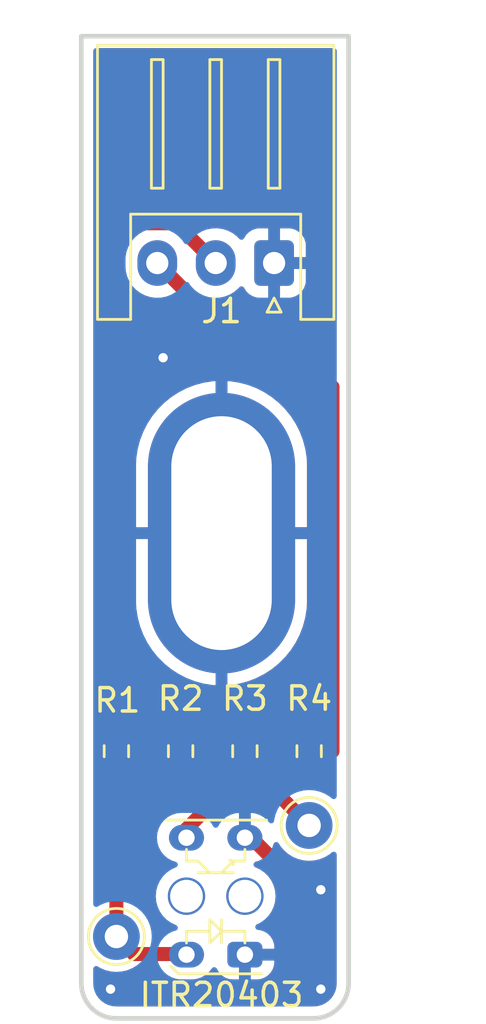
<source format=kicad_pcb>
(kicad_pcb (version 20211014) (generator pcbnew)
  (layers (0 "F.Cu" signal) (31 "B.Cu" signal) (34 "B.Paste" user) (35 "F.Paste" user) (36 "B.SilkS" user "B.Silkscreen") (37 "F.SilkS" user "F.Silkscreen") (38 "B.Mask" user) (39 "F.Mask" user) (44 "Edge.Cuts" user))
  (net 0 "")
  (net 1 "GND")
  (net 2 "+5V")
  (net 3 "Net-(J1-Pad3)")
  (net 4 "Net-(R1-Pad2)")
  (net 5 "Net-(R2-Pad2)")
  (footprint "TestPoint:TestPoint_THTPad_D2.0mm_Drill1.0mm" (layer "F.Cu") (at 102 91.5 180)
    (fp_text reference "TP2" (at 0 -1.998) (layer "F.SilkS"))
    (fp_text value "MountingHole")
    (fp_circle (center 0 0) (end 0 1.2) (layer "F.SilkS") (width 0.12) (fill none))
    (pad "1" thru_hole oval (at 0 0 180) (size 6.3 12) (drill oval 4.3 10) (layers *.Cu *.Mask) (net 1 "GND"))
  )
  (footprint "Connector_JST:JST_XH_S3B-XH-A_1x03_P2.50mm_Horizontal" (layer "F.Cu") (at 104.25 79.95 180)
    (fp_text reference "J1" (at 2.25 -2.05) (layer "F.SilkS"))
    (fp_text value "Conn_01x03_Male")
    (fp_line (start 5.25 3.2) (end 4.75 3.2) (layer "F.SilkS") (width 0.12))
    (fp_line (start 4.75 8.7) (end 5.25 8.7) (layer "F.SilkS") (width 0.12))
    (fp_line (start -1.14 2.09) (end 2.5 2.09) (layer "F.SilkS") (width 0.12))
    (fp_line (start 5.25 8.7) (end 5.25 3.2) (layer "F.SilkS") (width 0.12))
    (fp_line (start -1.14 -2.41) (end -1.14 2.09) (layer "F.SilkS") (width 0.12))
    (fp_line (start 0.25 8.7) (end 0.25 3.2) (layer "F.SilkS") (width 0.12))
    (fp_line (start 2.75 8.7) (end 2.75 3.2) (layer "F.SilkS") (width 0.12))
    (fp_line (start 2.75 3.2) (end 2.25 3.2) (layer "F.SilkS") (width 0.12))
    (fp_line (start 7.56 -2.41) (end 6.14 -2.41) (layer "F.SilkS") (width 0.12))
    (fp_line (start 6.14 2.09) (end 2.5 2.09) (layer "F.SilkS") (width 0.12))
    (fp_line (start 7.56 9.31) (end 7.56 -2.41) (layer "F.SilkS") (width 0.12))
    (fp_line (start -2.56 -2.41) (end -1.14 -2.41) (layer "F.SilkS") (width 0.12))
    (fp_line (start -0.25 3.2) (end -0.25 8.7) (layer "F.SilkS") (width 0.12))
    (fp_line (start 0.25 3.2) (end -0.25 3.2) (layer "F.SilkS") (width 0.12))
    (fp_line (start 0.3 -2.1) (end 0 -1.5) (layer "F.SilkS") (width 0.12))
    (fp_line (start 2.5 9.31) (end -2.56 9.31) (layer "F.SilkS") (width 0.12))
    (fp_line (start 2.25 3.2) (end 2.25 8.7) (layer "F.SilkS") (width 0.12))
    (fp_line (start -0.25 8.7) (end 0.25 8.7) (layer "F.SilkS") (width 0.12))
    (fp_line (start -0.3 -2.1) (end 0.3 -2.1) (layer "F.SilkS") (width 0.12))
    (fp_line (start 2.5 9.31) (end 7.56 9.31) (layer "F.SilkS") (width 0.12))
    (fp_line (start 6.14 -2.41) (end 6.14 2.09) (layer "F.SilkS") (width 0.12))
    (fp_line (start 0 -1.5) (end -0.3 -2.1) (layer "F.SilkS") (width 0.12))
    (fp_line (start -2.56 9.31) (end -2.56 -2.41) (layer "F.SilkS") (width 0.12))
    (fp_line (start 2.25 8.7) (end 2.75 8.7) (layer "F.SilkS") (width 0.12))
    (fp_line (start 4.75 3.2) (end 4.75 8.7) (layer "F.SilkS") (width 0.12))
    (pad "1" thru_hole roundrect (at 0 0 180) (size 1.7 1.95) (drill 0.95) (layers *.Cu *.Mask) (roundrect_rratio 0.1470588235) (net 1 "GND"))
    (pad "2" thru_hole oval (at 2.5 0 180) (size 1.7 1.95) (drill 0.95) (layers *.Cu *.Mask) (net 2 "+5V"))
    (pad "3" thru_hole oval (at 5 0 180) (size 1.7 1.95) (drill 0.95) (layers *.Cu *.Mask) (net 3 "Net-(J1-Pad3)"))
  )
  (footprint "Resistor_SMD:R_0603_1608Metric" (layer "F.Cu") (at 100.25 100.825 -90)
    (fp_text reference "R2" (at -2.25 0 180) (layer "F.SilkS"))
    (fp_text value "0")
    (fp_line (start -0.237258 0.5225) (end 0.237258 0.5225) (layer "F.SilkS") (width 0.12))
    (fp_line (start -0.237258 -0.5225) (end 0.237258 -0.5225) (layer "F.SilkS") (width 0.12))
    (pad "1" smd roundrect (at -0.825 0 270) (size 0.8 0.95) (layers "F.Cu" "F.Paste" "F.Mask") (net 2 "+5V"))
    (pad "2" smd roundrect (at 0.825 0 270) (size 0.8 0.95) (layers "F.Cu" "F.Paste" "F.Mask") (net 5 "Net-(R2-Pad2)"))
  )
  (footprint "Resistor_SMD:R_0603_1608Metric" (layer "F.Cu") (at 105.75 100.825 -90)
    (fp_text reference "R4" (at -2.25 0 180) (layer "F.SilkS"))
    (fp_text value "DNP")
    (fp_line (start -0.237258 -0.5225) (end 0.237258 -0.5225) (layer "F.SilkS") (width 0.12))
    (fp_line (start -0.237258 0.5225) (end 0.237258 0.5225) (layer "F.SilkS") (width 0.12))
    (pad "1" smd roundrect (at -0.825 0 270) (size 0.8 0.95) (layers "F.Cu" "F.Paste" "F.Mask") (net 2 "+5V"))
    (pad "2" smd roundrect (at 0.825 0 270) (size 0.8 0.95) (layers "F.Cu" "F.Paste" "F.Mask") (net 3 "Net-(J1-Pad3)"))
  )
  (footprint "Resistor_SMD:R_0603_1608Metric" (layer "F.Cu") (at 97.5 100.825 -90)
    (fp_text reference "R1" (at -2.17444 -0.041167 180) (layer "F.SilkS"))
    (fp_text value "220")
    (fp_line (start -0.237258 -0.5225) (end 0.237258 -0.5225) (layer "F.SilkS") (width 0.12))
    (fp_line (start -0.237258 0.5225) (end 0.237258 0.5225) (layer "F.SilkS") (width 0.12))
    (pad "1" smd roundrect (at -0.825 0 270) (size 0.8 0.95) (layers "F.Cu" "F.Paste" "F.Mask") (net 2 "+5V"))
    (pad "2" smd roundrect (at 0.825 0 270) (size 0.8 0.95) (layers "F.Cu" "F.Paste" "F.Mask") (net 4 "Net-(R1-Pad2)"))
  )
  (footprint "OptoDevice:Everlight_ITR20403" (layer "F.Cu") (at 103 109.525 90)
    (fp_text reference "U1" hide)
    (fp_text value "ITR20403" (at -1.725 -1 180) (layer "F.SilkS"))
    (fp_line (start 4.5 -2.5) (end 4 -2.5) (layer "F.SilkS") (width 0.12))
    (fp_line (start 4 -2.5) (end 4 -2) (layer "F.SilkS") (width 0.12))
    (fp_line (start 1 -2) (end 1 -1.5) (layer "F.SilkS") (width 0.12))
    (fp_line (start 0.5 -1) (end 1.5 -1) (layer "F.SilkS") (width 0.12))
    (fp_line (start 1 -2.5) (end 1 -2) (layer "F.SilkS") (width 0.12))
    (fp_line (start 1.5 -1.5) (end 1 -1.5) (layer "F.SilkS") (width 0.12))
    (fp_line (start 3.5 -2) (end 3.5 -0.5) (layer "F.SilkS") (width 0.12))
    (fp_line (start 0.5 -1.5) (end 1 -1) (layer "F.SilkS") (width 0.12))
    (fp_line (start 4 -0.5) (end 4 0) (layer "F.SilkS") (width 0.12))
    (fp_line (start -0.82 -2.85) (end -0.82 0.73) (layer "F.SilkS") (width 0.12))
    (fp_line (start 4 0) (end 4.5 0) (layer "F.SilkS") (width 0.12))
    (fp_line (start 4 -2) (end 3.5 -1.5) (layer "F.SilkS") (width 0.12))
    (fp_line (start 1 -1.5) (end 0.5 -1.5) (layer "F.SilkS") (width 0.12))
    (fp_line (start 5.753928 0.929346) (end 5.753928 -3.370654) (layer "F.SilkS") (width 0.12))
    (fp_line (start -0.49 -3.18) (end -0.82 -2.85) (layer "F.SilkS") (width 0.12))
    (fp_line (start 1 -1) (end 1 0) (layer "F.SilkS") (width 0.12))
    (fp_line (start 1 0) (end 0.5 0) (layer "F.SilkS") (width 0.12))
    (fp_line (start 4 -0.5) (end 3.836056 -0.493774) (layer "F.SilkS") (width 0.12))
    (fp_line (start 0.5 -2.5) (end 1 -2.5) (layer "F.SilkS") (width 0.12))
    (fp_line (start 3.5 -1) (end 4 -0.5) (layer "F.SilkS") (width 0.12))
    (fp_line (start 1 -1) (end 1.5 -1.5) (layer "F.SilkS") (width 0.12))
    (fp_line (start 4 -0.5) (end 4.045655 -0.653567) (layer "F.SilkS") (width 0.12))
    (pad "" np_thru_hole circle (at 2.5 -2.5 90) (size 1.6 1.6) (drill 1.4) (layers F&B.Cu *.Mask))
    (pad "" np_thru_hole circle (at 2.5 0 90) (size 1.6 1.6) (drill 1.4) (layers F&B.Cu *.Mask))
    (pad "1" thru_hole roundrect (at 0 0 90) (size 1.1 1.5) (drill 0.7) (layers *.Cu *.Mask) (roundrect_rratio 0.227) (net 1 "GND"))
    (pad "2" thru_hole oval (at 0 -2.5 90) (size 1.1 1.5) (drill 0.7) (layers *.Cu *.Mask) (net 4 "Net-(R1-Pad2)"))
    (pad "3" thru_hole oval (at 5 -2.5 90) (size 1.1 1.5) (drill 0.7) (layers *.Cu *.Mask) (net 3 "Net-(J1-Pad3)"))
    (pad "4" thru_hole oval (at 5 0 90) (size 1.1 1.5) (drill 0.7) (layers *.Cu *.Mask) (net 1 "GND"))
  )
  (footprint "TestPoint:TestPoint_THTPad_D2.0mm_Drill1.0mm" (layer "F.Cu") (at 105.75 104)
    (fp_text reference "TP1" hide)
    (fp_text value "PT_out")
    (fp_circle (center 0 0) (end 0 1.2) (layer "F.SilkS") (width 0.12) (fill none))
    (pad "1" thru_hole circle (at 0 0) (size 2 2) (drill 1) (layers *.Cu *.Mask) (net 3 "Net-(J1-Pad3)"))
  )
  (footprint "TestPoint:TestPoint_THTPad_D2.0mm_Drill1.0mm" (layer "F.Cu") (at 97.5 108.75)
    (fp_text reference "TP3" hide)
    (fp_text value "PT_out" hide)
    (fp_circle (center 0 0) (end 0 1.2) (layer "F.SilkS") (width 0.12) (fill none))
    (pad "1" thru_hole circle (at 0 0) (size 2 2) (drill 1) (layers *.Cu *.Mask) (net 4 "Net-(R1-Pad2)"))
  )
  (footprint "Resistor_SMD:R_0603_1608Metric" (layer "F.Cu") (at 103 100.825 -90)
    (fp_text reference "R3" (at -2.25 0 180) (layer "F.SilkS"))
    (fp_text value "20k")
    (fp_line (start -0.237258 -0.5225) (end 0.237258 -0.5225) (layer "F.SilkS") (width 0.12))
    (fp_line (start -0.237258 0.5225) (end 0.237258 0.5225) (layer "F.SilkS") (width 0.12))
    (pad "1" smd roundrect (at -0.825 0 270) (size 0.8 0.95) (layers "F.Cu" "F.Paste" "F.Mask") (net 5 "Net-(R2-Pad2)"))
    (pad "2" smd roundrect (at 0.825 0 270) (size 0.8 0.95) (layers "F.Cu" "F.Paste" "F.Mask") (net 3 "Net-(J1-Pad3)"))
  )
  (gr_line (start 96 70.25) (end 107.43934 70.25) (layer "Edge.Cuts") (width 0.2))
  (gr_line (start 96 110.75) (end 96 70.25) (layer "Edge.Cuts") (width 0.2))
  (gr_line (start 97.5 112.25) (end 105.93934 112.25) (layer "Edge.Cuts") (width 0.2))
  (gr_arc (start 97.5 112.25) (mid 96.43934 111.81066) (end 96 110.75) (layer "Edge.Cuts") (width 0.2))
  (gr_line (start 107.43934 110.75) (end 107.43934 70.25) (layer "Edge.Cuts") (width 0.2))
  (gr_arc (start 107.43934 110.75) (mid 107 111.81066) (end 105.93934 112.25) (layer "Edge.Cuts") (width 0.2))
  (segment (start 103.275 104.525) (end 104.5 105.75) (width 0.6) (layer "F.Cu") (net 1))
  (segment (start 103 104.525) (end 103.275 104.525) (width 0.6) (layer "F.Cu") (net 1))
  (via (at 99.5 84) (size 0.8) (drill 0.4) (layers "F.Cu" "B.Cu") (net 1))
  (via (at 106.25 111) (size 0.8) (drill 0.4) (layers "F.Cu" "B.Cu") (net 1))
  (via (at 97.25 111) (size 0.8) (drill 0.4) (layers "F.Cu" "B.Cu") (net 1))
  (via (at 106.25 106.75) (size 0.8) (drill 0.4) (layers "F.Cu" "B.Cu") (net 1))
  (segment (start 100.05 78.25) (end 98.375 78.25) (width 0.6) (layer "F.Cu") (net 2))
  (segment (start 97.5 100) (end 100.25 100) (width 0.6) (layer "F.Cu") (net 2))
  (segment (start 104.5 98.75) (end 105.75 100) (width 0.6) (layer "F.Cu") (net 2))
  (segment (start 97.5 79.125) (end 97.5 100) (width 0.6) (layer "F.Cu") (net 2))
  (segment (start 101.5 98.75) (end 104.5 98.75) (width 0.6) (layer "F.Cu") (net 2))
  (segment (start 101.75 79.95) (end 100.05 78.25) (width 0.6) (layer "F.Cu") (net 2))
  (segment (start 98.375 78.25) (end 97.5 79.125) (width 0.6) (layer "F.Cu") (net 2))
  (segment (start 100.25 100) (end 101.5 98.75) (width 0.6) (layer "F.Cu") (net 2))
  (segment (start 102 102.75) (end 104.5 102.75) (width 0.6) (layer "F.Cu") (net 3))
  (segment (start 103.75 84.45) (end 99.25 79.95) (width 0.6) (layer "F.Cu") (net 3))
  (segment (start 103 101.65) (end 105.75 101.65) (width 0.6) (layer "F.Cu") (net 3))
  (segment (start 106.75 100.825) (end 106.75 85.25) (width 0.6) (layer "F.Cu") (net 3))
  (segment (start 106.75 85.25) (end 106 84.5) (width 0.6) (layer "F.Cu") (net 3))
  (segment (start 100.5 104.15) (end 103 101.65) (width 0.6) (layer "F.Cu") (net 3))
  (segment (start 100.5 104.525) (end 100.5 104.15) (width 0.6) (layer "F.Cu") (net 3))
  (segment (start 105.925 101.65) (end 106.75 100.825) (width 0.6) (layer "F.Cu") (net 3))
  (segment (start 106 84.5) (end 103.75 84.5) (width 0.6) (layer "F.Cu") (net 3))
  (segment (start 103.75 84.5) (end 103.75 84.45) (width 0.6) (layer "F.Cu") (net 3))
  (segment (start 104.5 102.75) (end 105.75 104) (width 0.6) (layer "F.Cu") (net 3))
  (segment (start 105.75 101.65) (end 105.925 101.65) (width 0.6) (layer "F.Cu") (net 3))
  (segment (start 100.475 109.5) (end 100.5 109.525) (width 0.6) (layer "F.Cu") (net 4))
  (segment (start 97.5 108.75) (end 97.5 106.525) (width 0.6) (layer "F.Cu") (net 4))
  (segment (start 97.5 102.75) (end 97.5 106.525) (width 0.6) (layer "F.Cu") (net 4))
  (segment (start 98.25 109.5) (end 100.475 109.5) (width 0.6) (layer "F.Cu") (net 4))
  (segment (start 97.5 101.65) (end 97.5 106.525) (width 0.6) (layer "F.Cu") (net 4))
  (segment (start 97.5 108.75) (end 98.25 109.5) (width 0.6) (layer "F.Cu") (net 4))
  (segment (start 102.575 100) (end 100.925 101.65) (width 0.6) (layer "F.Cu") (net 5))
  (segment (start 103 100) (end 102.575 100) (width 0.6) (layer "F.Cu") (net 5))
  (segment (start 100.925 101.65) (end 100 101.65) (width 0.6) (layer "F.Cu") (net 5))
  (zone (net 1) (net_name "GND") (layers F&B.Cu) (connect_pads (clearance 0.508)) (min_thickness 0.254) (fill yes (thermal_gap 0.508) (thermal_bridge_width 0.508))
    (polygon (pts (xy 107.5 112.5) (xy 96 112.5) (xy 96 70.25) (xy 107.5 70.25)))
  )
)
</source>
